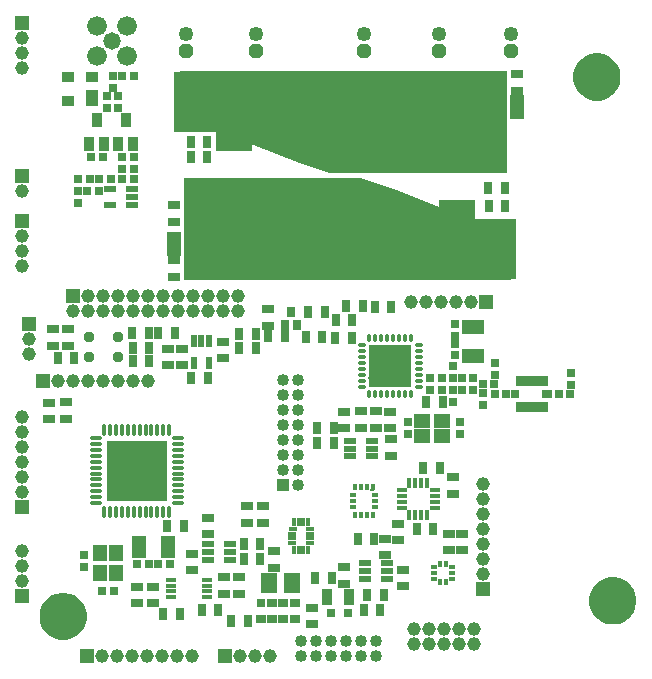
<source format=gts>
G04 Layer_Color=8388736*
%FSLAX25Y25*%
%MOIN*%
G70*
G01*
G75*
%ADD76C,0.04000*%
%ADD80R,0.04000X0.04000*%
%ADD128R,0.20276X0.20276*%
%ADD129R,0.20285X0.20285*%
%ADD130R,0.04537X0.08474*%
%ADD131R,0.12411X0.24222*%
%ADD132R,0.04143X0.03750*%
%ADD133R,0.04143X0.05324*%
%ADD134R,0.04143X0.02962*%
%ADD135O,0.02762X0.01345*%
%ADD136O,0.01345X0.02762*%
%ADD137R,0.13983X0.13983*%
%ADD138O,0.01654X0.03898*%
%ADD139O,0.03898X0.01654*%
%ADD140R,0.04222X0.02175*%
%ADD141R,0.01870X0.01752*%
%ADD142R,0.01752X0.01870*%
%ADD143R,0.02962X0.04143*%
%ADD144R,0.04537X0.07687*%
%ADD145R,0.04537X0.05324*%
%ADD146R,0.02962X0.02568*%
%ADD147R,0.02568X0.02962*%
%ADD148R,0.03356X0.04537*%
%ADD149C,0.03750*%
%ADD150R,0.02175X0.04222*%
%ADD151R,0.01378X0.02709*%
%ADD152R,0.02709X0.01378*%
%ADD153R,0.03102X0.01378*%
%ADD154R,0.03228X0.02756*%
%ADD155R,0.03150X0.02756*%
%ADD156R,0.02323X0.01535*%
%ADD157R,0.01535X0.02323*%
%ADD158R,0.01535X0.01929*%
%ADD159R,0.03347X0.01378*%
%ADD160R,0.02568X0.03198*%
%ADD161R,0.03200X0.01800*%
%ADD162R,0.01800X0.03200*%
%ADD163R,0.03356X0.05718*%
%ADD164R,0.07687X0.04537*%
%ADD165R,0.02765X0.02765*%
%ADD166R,0.03356X0.02765*%
%ADD167R,0.11033X0.03750*%
%ADD168R,0.05324X0.04537*%
%ADD169R,0.05718X0.06506*%
%ADD170R,0.02568X0.02568*%
%ADD171C,0.05800*%
%ADD172C,0.06600*%
%ADD173C,0.04537*%
%ADD174R,0.04537X0.04537*%
%ADD175C,0.04600*%
%ADD176R,0.04600X0.04600*%
%ADD177C,0.04931*%
%ADD178P,0.05337X8X112.5*%
%ADD179R,0.04537X0.04537*%
%ADD180C,0.03200*%
G36*
X127652Y65135D02*
X126506D01*
Y65529D01*
X128046D01*
X127652Y65135D01*
D02*
G37*
G36*
X209597Y35971D02*
X211030Y35378D01*
X212319Y34516D01*
X213416Y33419D01*
X214278Y32130D01*
X214871Y30697D01*
X215174Y29175D01*
Y28400D01*
Y27624D01*
X214871Y26103D01*
X214278Y24670D01*
X213416Y23381D01*
X212319Y22284D01*
X211030Y21422D01*
X209597Y20829D01*
X208075Y20526D01*
X206524D01*
X205003Y20829D01*
X203570Y21422D01*
X202281Y22284D01*
X201184Y23381D01*
X200322Y24670D01*
X199729Y26103D01*
X199426Y27624D01*
Y28400D01*
Y29175D01*
X199729Y30697D01*
X200322Y32130D01*
X201184Y33419D01*
X202281Y34516D01*
X203570Y35378D01*
X205003Y35971D01*
X206524Y36274D01*
X208075D01*
X209597Y35971D01*
D02*
G37*
G36*
X26397Y30771D02*
X27830Y30178D01*
X29119Y29316D01*
X30216Y28219D01*
X31078Y26930D01*
X31671Y25497D01*
X31974Y23976D01*
Y23200D01*
Y22424D01*
X31671Y20903D01*
X31078Y19470D01*
X30216Y18181D01*
X29119Y17084D01*
X27830Y16222D01*
X26397Y15629D01*
X24875Y15326D01*
X23325D01*
X21803Y15629D01*
X20370Y16222D01*
X19081Y17084D01*
X17984Y18181D01*
X17122Y19470D01*
X16529Y20903D01*
X16226Y22424D01*
Y23200D01*
Y23976D01*
X16529Y25497D01*
X17122Y26930D01*
X17984Y28219D01*
X19081Y29316D01*
X20370Y30178D01*
X21803Y30771D01*
X23325Y31074D01*
X24875D01*
X26397Y30771D01*
D02*
G37*
G36*
X204297Y210571D02*
X205730Y209978D01*
X207019Y209116D01*
X208116Y208019D01*
X208978Y206730D01*
X209571Y205297D01*
X209874Y203776D01*
Y203000D01*
Y202224D01*
X209571Y200703D01*
X208978Y199270D01*
X208116Y197981D01*
X207019Y196884D01*
X205730Y196022D01*
X204297Y195429D01*
X202776Y195126D01*
X201224D01*
X199703Y195429D01*
X198270Y196022D01*
X196981Y196884D01*
X195884Y197981D01*
X195022Y199270D01*
X194429Y200703D01*
X194126Y202224D01*
Y203000D01*
Y203776D01*
X194429Y205297D01*
X195022Y206730D01*
X195884Y208019D01*
X196981Y209116D01*
X198270Y209978D01*
X199703Y210571D01*
X201224Y210874D01*
X202776D01*
X204297Y210571D01*
D02*
G37*
G36*
X172065Y205077D02*
Y171084D01*
X112956D01*
X101894Y174513D01*
X86795Y180572D01*
X81243Y184588D01*
X62905Y205077D01*
X172065Y205077D01*
D02*
G37*
G36*
X134450Y165810D02*
X149550Y159750D01*
X155101Y155735D01*
X173439Y135246D01*
X64279Y135246D01*
Y169239D01*
X123388D01*
X134450Y165810D01*
D02*
G37*
D76*
X108500Y10000D02*
D03*
Y15000D02*
D03*
X103500D02*
D03*
Y10000D02*
D03*
X118500D02*
D03*
Y15000D02*
D03*
X113500D02*
D03*
Y10000D02*
D03*
X123500D02*
D03*
Y15000D02*
D03*
X128500D02*
D03*
Y10000D02*
D03*
X97500Y102000D02*
D03*
X102500D02*
D03*
Y97000D02*
D03*
X97500D02*
D03*
X102500Y67000D02*
D03*
Y72000D02*
D03*
X97500D02*
D03*
Y82000D02*
D03*
X102500D02*
D03*
Y77000D02*
D03*
X97500D02*
D03*
Y92000D02*
D03*
X102500D02*
D03*
Y87000D02*
D03*
X97500D02*
D03*
D80*
Y67000D02*
D03*
D128*
X48619Y71816D02*
D03*
D129*
X165219Y145617D02*
D03*
X71125Y194706D02*
D03*
D130*
X61085Y147391D02*
D03*
X175259Y192932D02*
D03*
D131*
X72699Y149947D02*
D03*
X155376D02*
D03*
X80968Y190376D02*
D03*
X163645D02*
D03*
D132*
X33637Y202937D02*
D03*
X25763D02*
D03*
Y195063D02*
D03*
D133*
X33637Y195850D02*
D03*
D134*
X175300Y203856D02*
D03*
Y198344D02*
D03*
X61000Y136444D02*
D03*
Y141956D02*
D03*
X90600Y59956D02*
D03*
Y54444D02*
D03*
X85500Y59956D02*
D03*
Y54444D02*
D03*
X152720Y45194D02*
D03*
Y50706D02*
D03*
X157140Y45204D02*
D03*
Y50716D02*
D03*
X77800Y36256D02*
D03*
Y30744D02*
D03*
X25800Y113344D02*
D03*
Y118856D02*
D03*
X20600Y113344D02*
D03*
Y118856D02*
D03*
X19500Y88944D02*
D03*
Y94456D02*
D03*
X58900Y112456D02*
D03*
Y106944D02*
D03*
X63700Y112456D02*
D03*
Y106944D02*
D03*
X77300Y114756D02*
D03*
Y109244D02*
D03*
X67100Y44056D02*
D03*
Y38544D02*
D03*
X123500Y91556D02*
D03*
Y86044D02*
D03*
X153900Y69556D02*
D03*
Y64044D02*
D03*
X92500Y120044D02*
D03*
Y125556D02*
D03*
X133100Y91456D02*
D03*
Y85944D02*
D03*
X128400Y91556D02*
D03*
Y86044D02*
D03*
X117600Y91456D02*
D03*
Y85944D02*
D03*
X133300Y76744D02*
D03*
Y82256D02*
D03*
X107200Y20544D02*
D03*
Y26056D02*
D03*
X54100Y27644D02*
D03*
Y33156D02*
D03*
X72300Y56156D02*
D03*
Y50644D02*
D03*
X60900Y154744D02*
D03*
Y160256D02*
D03*
X137300Y38812D02*
D03*
Y33300D02*
D03*
X131300Y49056D02*
D03*
Y43544D02*
D03*
X117800Y34144D02*
D03*
Y39656D02*
D03*
X94300Y44956D02*
D03*
Y39444D02*
D03*
X135700Y54056D02*
D03*
Y48544D02*
D03*
X82800Y36256D02*
D03*
Y30744D02*
D03*
X25100Y94556D02*
D03*
Y89044D02*
D03*
X48800Y27644D02*
D03*
Y33156D02*
D03*
D135*
X142559Y99759D02*
D03*
Y101727D02*
D03*
Y103696D02*
D03*
Y105665D02*
D03*
Y107633D02*
D03*
Y109602D02*
D03*
Y111570D02*
D03*
Y113539D02*
D03*
X123661D02*
D03*
Y111570D02*
D03*
Y109602D02*
D03*
Y107633D02*
D03*
Y105665D02*
D03*
Y103696D02*
D03*
Y101727D02*
D03*
Y99759D02*
D03*
D136*
X140000Y116098D02*
D03*
X138031D02*
D03*
X136063D02*
D03*
X134095D02*
D03*
X132126D02*
D03*
X130157D02*
D03*
X128189D02*
D03*
X126221D02*
D03*
Y97200D02*
D03*
X128189D02*
D03*
X130157D02*
D03*
X132126D02*
D03*
X134095D02*
D03*
X136063D02*
D03*
X138031D02*
D03*
X140000D02*
D03*
D137*
X133110Y106649D02*
D03*
D138*
X59446Y58135D02*
D03*
X57477D02*
D03*
X55509D02*
D03*
X53540D02*
D03*
X51572D02*
D03*
X49603D02*
D03*
X47635D02*
D03*
X45666D02*
D03*
X43698D02*
D03*
X41729D02*
D03*
X39761D02*
D03*
X37792D02*
D03*
Y85497D02*
D03*
X39761D02*
D03*
X41729D02*
D03*
X43698D02*
D03*
X45666D02*
D03*
X47635D02*
D03*
X49603D02*
D03*
X51572D02*
D03*
X53540D02*
D03*
X55509D02*
D03*
X57477D02*
D03*
X59446D02*
D03*
D139*
X34938Y60989D02*
D03*
Y62958D02*
D03*
Y64926D02*
D03*
Y66895D02*
D03*
Y68863D02*
D03*
Y70832D02*
D03*
Y72800D02*
D03*
Y74769D02*
D03*
Y76737D02*
D03*
Y78706D02*
D03*
Y80674D02*
D03*
Y82643D02*
D03*
X62300D02*
D03*
Y80674D02*
D03*
Y78706D02*
D03*
Y76737D02*
D03*
Y74769D02*
D03*
Y72800D02*
D03*
Y70832D02*
D03*
Y68863D02*
D03*
Y66895D02*
D03*
Y64926D02*
D03*
Y62958D02*
D03*
Y60989D02*
D03*
D140*
X127140Y81659D02*
D03*
X119660D02*
D03*
Y79100D02*
D03*
Y76541D02*
D03*
X127140D02*
D03*
Y79100D02*
D03*
X39660Y160441D02*
D03*
Y165559D02*
D03*
X47140D02*
D03*
Y163000D02*
D03*
Y160441D02*
D03*
X124560Y35741D02*
D03*
X132040D02*
D03*
Y38300D02*
D03*
Y40859D02*
D03*
X124560D02*
D03*
Y38300D02*
D03*
X72260Y42141D02*
D03*
X79740D02*
D03*
Y44700D02*
D03*
Y47259D02*
D03*
X72260D02*
D03*
Y44700D02*
D03*
D141*
X153762Y37620D02*
D03*
Y35651D02*
D03*
Y39588D02*
D03*
X147758D02*
D03*
Y35651D02*
D03*
Y37620D02*
D03*
D142*
X151744Y40622D02*
D03*
X149776D02*
D03*
Y34618D02*
D03*
X151744D02*
D03*
D143*
X70344Y25400D02*
D03*
X75856D02*
D03*
X63056Y23900D02*
D03*
X57544D02*
D03*
X22244Y109300D02*
D03*
X27756D02*
D03*
X47144Y117800D02*
D03*
X52656D02*
D03*
X52756Y112700D02*
D03*
X47244D02*
D03*
X52756Y108400D02*
D03*
X47244D02*
D03*
X55744Y117700D02*
D03*
X61256D02*
D03*
X66744Y102800D02*
D03*
X72256D02*
D03*
X88256Y112600D02*
D03*
X82744D02*
D03*
X88356Y117300D02*
D03*
X82844D02*
D03*
X149656Y72600D02*
D03*
X144144D02*
D03*
X165944Y160000D02*
D03*
X171456D02*
D03*
X66644Y181300D02*
D03*
X72156D02*
D03*
X115024Y122000D02*
D03*
X120536D02*
D03*
X111256Y124700D02*
D03*
X105744D02*
D03*
X104944Y116300D02*
D03*
X110456D02*
D03*
X120356Y116100D02*
D03*
X114844D02*
D03*
X118444Y126800D02*
D03*
X123956D02*
D03*
X133456Y126300D02*
D03*
X127944D02*
D03*
X114256Y85900D02*
D03*
X108744D02*
D03*
X141964Y52280D02*
D03*
X147476D02*
D03*
X113656Y36000D02*
D03*
X108144D02*
D03*
X84344Y47400D02*
D03*
X89856D02*
D03*
X84344Y42400D02*
D03*
X89856D02*
D03*
X171256Y166100D02*
D03*
X165744D02*
D03*
X66644Y176200D02*
D03*
X72156D02*
D03*
X145044Y94600D02*
D03*
X150556D02*
D03*
X85656Y21600D02*
D03*
X80144D02*
D03*
X125444Y30500D02*
D03*
X130956D02*
D03*
X124244Y25500D02*
D03*
X129756D02*
D03*
X122244Y48900D02*
D03*
X127756D02*
D03*
X98000Y116600D02*
D03*
X92488D02*
D03*
X108744Y80900D02*
D03*
X114256D02*
D03*
X64256Y53500D02*
D03*
X58744D02*
D03*
D144*
X59121Y46500D02*
D03*
X49279D02*
D03*
D145*
X36541Y44346D02*
D03*
X41659Y37653D02*
D03*
X36541D02*
D03*
X41659Y44346D02*
D03*
D146*
X40600Y199432D02*
D03*
Y203368D02*
D03*
X29200Y164969D02*
D03*
Y161031D02*
D03*
X38800Y192631D02*
D03*
Y196569D02*
D03*
X42300Y192631D02*
D03*
Y196569D02*
D03*
X153900Y94832D02*
D03*
Y98769D02*
D03*
X167900Y103832D02*
D03*
Y107768D02*
D03*
X154700Y110231D02*
D03*
Y114169D02*
D03*
Y120668D02*
D03*
Y116732D02*
D03*
X138900Y87868D02*
D03*
Y83931D02*
D03*
X153900Y102631D02*
D03*
Y106569D02*
D03*
X193400Y100432D02*
D03*
Y104368D02*
D03*
X163900Y97768D02*
D03*
Y93831D02*
D03*
X156500Y87868D02*
D03*
Y83931D02*
D03*
X31000Y43569D02*
D03*
Y39632D02*
D03*
D147*
X43632Y176400D02*
D03*
X47569D02*
D03*
X43632Y172200D02*
D03*
X47569D02*
D03*
X47569Y168900D02*
D03*
X43632D02*
D03*
X40069D02*
D03*
X36132D02*
D03*
X32131Y165000D02*
D03*
X36068D02*
D03*
X29131Y168900D02*
D03*
X33068D02*
D03*
X33332Y176400D02*
D03*
X37268D02*
D03*
X43632Y203400D02*
D03*
X47569D02*
D03*
X189232Y97500D02*
D03*
X193168D02*
D03*
X160869Y102800D02*
D03*
X156931D02*
D03*
X156931Y98800D02*
D03*
X160869D02*
D03*
X167868Y100800D02*
D03*
X163932D02*
D03*
X146432Y98800D02*
D03*
X150368D02*
D03*
X146432Y102800D02*
D03*
X150368D02*
D03*
X171869Y97300D02*
D03*
X167931D02*
D03*
X52668Y40600D02*
D03*
X48731D02*
D03*
X59668D02*
D03*
X55731D02*
D03*
X37031Y31800D02*
D03*
X40968D02*
D03*
D148*
X32741Y180565D02*
D03*
X37859D02*
D03*
X35300Y188635D02*
D03*
X42341Y180565D02*
D03*
X47459D02*
D03*
X44900Y188635D02*
D03*
D149*
X42443Y116347D02*
D03*
X32757D02*
D03*
Y109653D02*
D03*
X42443D02*
D03*
D150*
X72759Y107560D02*
D03*
X67641D02*
D03*
Y115040D02*
D03*
X70200D02*
D03*
X72759D02*
D03*
D151*
X105762Y45400D02*
D03*
X104187D02*
D03*
X102613D02*
D03*
X101038D02*
D03*
Y54600D02*
D03*
X102613D02*
D03*
X104187D02*
D03*
X105762D02*
D03*
D152*
X100380Y47638D02*
D03*
Y49213D02*
D03*
Y50787D02*
D03*
X106420Y52362D02*
D03*
Y50787D02*
D03*
Y49213D02*
D03*
X106420Y47638D02*
D03*
D153*
X100577Y52362D02*
D03*
D154*
X90067Y22202D02*
D03*
X93807D02*
D03*
X97547D02*
D03*
X101287D02*
D03*
Y27713D02*
D03*
X97547D02*
D03*
X93807D02*
D03*
D155*
X90067D02*
D03*
D156*
X127963Y63639D02*
D03*
Y61671D02*
D03*
Y59702D02*
D03*
X120679D02*
D03*
Y61671D02*
D03*
Y63639D02*
D03*
D157*
X127274Y57045D02*
D03*
X125305D02*
D03*
X123337D02*
D03*
X121369D02*
D03*
Y66297D02*
D03*
X123337D02*
D03*
X125305D02*
D03*
D158*
X127274Y66494D02*
D03*
D159*
X59898Y35453D02*
D03*
Y33484D02*
D03*
Y31516D02*
D03*
Y29547D02*
D03*
X72102Y35453D02*
D03*
Y33484D02*
D03*
Y31516D02*
D03*
Y29547D02*
D03*
D160*
X98032Y120256D02*
D03*
X101969D02*
D03*
X100000Y124744D02*
D03*
D161*
X137100Y59347D02*
D03*
Y61316D02*
D03*
Y63300D02*
D03*
Y65300D02*
D03*
X147894D02*
D03*
Y63300D02*
D03*
Y61316D02*
D03*
Y59347D02*
D03*
D162*
X139500Y67700D02*
D03*
X141500D02*
D03*
X143484D02*
D03*
X145453D02*
D03*
Y56906D02*
D03*
X143484D02*
D03*
X141500D02*
D03*
X139500D02*
D03*
D163*
X111960Y29600D02*
D03*
X119440D02*
D03*
D164*
X160800Y119721D02*
D03*
Y109879D02*
D03*
D165*
X174696Y97300D02*
D03*
D166*
X185523D02*
D03*
D167*
X180405Y93068D02*
D03*
Y101532D02*
D03*
D168*
X143853Y83341D02*
D03*
X150547Y88459D02*
D03*
Y83341D02*
D03*
X143853Y88459D02*
D03*
D169*
X92860Y34500D02*
D03*
X100340D02*
D03*
D170*
X113544Y24500D02*
D03*
X119056D02*
D03*
D171*
X40500Y215000D02*
D03*
D172*
X45500Y210000D02*
D03*
X35500D02*
D03*
X45500Y220000D02*
D03*
X35500D02*
D03*
D173*
X164000Y67500D02*
D03*
Y62500D02*
D03*
Y57500D02*
D03*
Y52500D02*
D03*
Y47500D02*
D03*
Y42500D02*
D03*
Y37500D02*
D03*
X93000Y10000D02*
D03*
X88000D02*
D03*
X83000D02*
D03*
X10500Y165000D02*
D03*
X161000Y19000D02*
D03*
Y14000D02*
D03*
X141000Y19000D02*
D03*
X146000D02*
D03*
X151000D02*
D03*
X156000D02*
D03*
Y14000D02*
D03*
X146000D02*
D03*
X141000D02*
D03*
X151000D02*
D03*
X10500Y64600D02*
D03*
Y69600D02*
D03*
Y74600D02*
D03*
Y79600D02*
D03*
Y84600D02*
D03*
X10500Y89600D02*
D03*
X22300Y101800D02*
D03*
X27300D02*
D03*
X32300D02*
D03*
X37300D02*
D03*
X42300D02*
D03*
X47300D02*
D03*
X52300D02*
D03*
X12800Y115800D02*
D03*
Y110800D02*
D03*
X10500Y206000D02*
D03*
Y211000D02*
D03*
Y216000D02*
D03*
Y140000D02*
D03*
Y145000D02*
D03*
Y150000D02*
D03*
X140000Y128000D02*
D03*
X145000D02*
D03*
X150000D02*
D03*
X155000D02*
D03*
X160000D02*
D03*
X37000Y10000D02*
D03*
X42000D02*
D03*
X47000D02*
D03*
X52000D02*
D03*
X57000D02*
D03*
X62000D02*
D03*
X67000D02*
D03*
X10500Y45000D02*
D03*
Y40000D02*
D03*
Y35000D02*
D03*
D174*
X164000Y32500D02*
D03*
X10500Y170000D02*
D03*
Y59600D02*
D03*
X12800Y120800D02*
D03*
X10500Y221000D02*
D03*
Y155000D02*
D03*
Y30000D02*
D03*
D175*
X82500Y125000D02*
D03*
Y130000D02*
D03*
X67500D02*
D03*
Y125000D02*
D03*
X62500D02*
D03*
Y130000D02*
D03*
X77500D02*
D03*
Y125000D02*
D03*
X72500D02*
D03*
Y130000D02*
D03*
X47500D02*
D03*
Y125000D02*
D03*
X52500D02*
D03*
Y130000D02*
D03*
X37500D02*
D03*
Y125000D02*
D03*
X42500D02*
D03*
Y130000D02*
D03*
X32500D02*
D03*
Y125000D02*
D03*
X27500D02*
D03*
X57500Y130000D02*
D03*
Y125000D02*
D03*
D176*
X27500Y130000D02*
D03*
D177*
X65000Y217453D02*
D03*
X88500D02*
D03*
X173500D02*
D03*
X149500D02*
D03*
X124500D02*
D03*
D178*
X65000Y211547D02*
D03*
X88500D02*
D03*
X173500D02*
D03*
X149500D02*
D03*
X124500D02*
D03*
D179*
X78000Y10000D02*
D03*
X17300Y101800D02*
D03*
X165000Y128000D02*
D03*
X32000Y10000D02*
D03*
D180*
X137600Y104500D02*
D03*
X127500Y102700D02*
D03*
M02*

</source>
